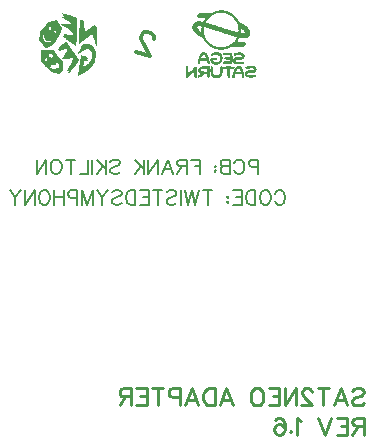
<source format=gbo>
G04 Layer: BottomSilkLayer*
G04 EasyEDA v6.1.30, Wed, 24 Apr 2019 12:06:30 GMT*
G04 1882c7138d5742058a90b0890f8f2482,60359e8c93da465f92779765accd6680,10*
G04 Gerber Generator version 0.2*
G04 Scale: 100 percent, Rotated: No, Reflected: No *
G04 Dimensions in millimeters *
G04 leading zeros omitted , absolute positions ,3 integer and 3 decimal *
%FSLAX33Y33*%
%MOMM*%
G90*
G71D02*

%ADD21C,0.299999*%
%ADD22C,0.200000*%
%ADD25C,0.250012*%

%LPD*%

%LPD*%
G36*
G01X27328Y32311D02*
G01X27281Y32314D01*
G01X27235Y32311D01*
G01X27193Y32304D01*
G01X27152Y32290D01*
G01X27114Y32270D01*
G01X27077Y32245D01*
G01X27043Y32213D01*
G01X27011Y32175D01*
G01X26980Y32131D01*
G01X26951Y32080D01*
G01X26924Y32023D01*
G01X26897Y31959D01*
G01X26872Y31888D01*
G01X26848Y31810D01*
G01X26825Y31725D01*
G01X26800Y31622D01*
G01X26782Y31535D01*
G01X26772Y31463D01*
G01X26769Y31406D01*
G01X26773Y31360D01*
G01X26784Y31327D01*
G01X26802Y31304D01*
G01X26828Y31290D01*
G01X26887Y31286D01*
G01X26933Y31314D01*
G01X26968Y31375D01*
G01X26990Y31470D01*
G01X27010Y31599D01*
G01X27553Y31599D01*
G01X27580Y31477D01*
G01X27607Y31392D01*
G01X27646Y31335D01*
G01X27694Y31309D01*
G01X27749Y31314D01*
G01X27769Y31330D01*
G01X27783Y31357D01*
G01X27792Y31396D01*
G01X27795Y31445D01*
G01X27793Y31502D01*
G01X27786Y31567D01*
G01X27774Y31637D01*
G01X27757Y31713D01*
G01X27736Y31793D01*
G01X27710Y31874D01*
G01X27681Y31958D01*
G01X27647Y32041D01*
G01X27619Y32101D01*
G01X27592Y32150D01*
G01X27564Y32192D01*
G01X27534Y32226D01*
G01X27501Y32253D01*
G01X27465Y32275D01*
G01X27425Y32291D01*
G01X27379Y32303D01*
G01X27328Y32311D01*
G37*

%LPC*%
G36*
G01X27346Y32080D02*
G01X27296Y32100D01*
G01X27270Y32094D01*
G01X27240Y32081D01*
G01X27209Y32061D01*
G01X27182Y32037D01*
G01X27157Y32006D01*
G01X27132Y31967D01*
G01X27110Y31927D01*
G01X27094Y31890D01*
G01X27065Y31805D01*
G01X27286Y31805D01*
G01X27411Y31806D01*
G01X27475Y31814D01*
G01X27494Y31834D01*
G01X27486Y31871D01*
G01X27450Y31954D01*
G01X27401Y32027D01*
G01X27346Y32080D01*
G37*

%LPD*%
G36*
G01X25062Y32302D02*
G01X25028Y32305D01*
G01X24996Y32300D01*
G01X24970Y32283D01*
G01X24950Y32255D01*
G01X24935Y32213D01*
G01X24925Y32156D01*
G01X24918Y32084D01*
G01X24917Y31996D01*
G01X24920Y31890D01*
G01X24926Y31781D01*
G01X24935Y31692D01*
G01X24950Y31618D01*
G01X24971Y31558D01*
G01X25000Y31506D01*
G01X25039Y31459D01*
G01X25090Y31415D01*
G01X25153Y31369D01*
G01X25213Y31333D01*
G01X25273Y31314D01*
G01X25351Y31308D01*
G01X25465Y31311D01*
G01X25530Y31315D01*
G01X25590Y31323D01*
G01X25644Y31334D01*
G01X25693Y31348D01*
G01X25736Y31366D01*
G01X25775Y31388D01*
G01X25809Y31415D01*
G01X25839Y31446D01*
G01X25865Y31482D01*
G01X25887Y31523D01*
G01X25905Y31569D01*
G01X25919Y31621D01*
G01X25930Y31679D01*
G01X25938Y31743D01*
G01X25944Y31814D01*
G01X25947Y31891D01*
G01X25951Y32010D01*
G01X25957Y32087D01*
G01X25966Y32123D01*
G01X25979Y32118D01*
G01X26000Y32095D01*
G01X26038Y32081D01*
G01X26096Y32073D01*
G01X26180Y32070D01*
G01X26354Y32070D01*
G01X26363Y31695D01*
G01X26371Y31320D01*
G01X26547Y31320D01*
G01X26577Y32055D01*
G01X26745Y32064D01*
G01X26830Y32071D01*
G01X26886Y32083D01*
G01X26923Y32103D01*
G01X26946Y32132D01*
G01X26960Y32161D01*
G01X26967Y32186D01*
G01X26966Y32207D01*
G01X26957Y32224D01*
G01X26939Y32239D01*
G01X26909Y32250D01*
G01X26869Y32260D01*
G01X26815Y32266D01*
G01X26748Y32271D01*
G01X26666Y32274D01*
G01X26568Y32275D01*
G01X26455Y32276D01*
G01X26322Y32275D01*
G01X26216Y32274D01*
G01X26136Y32272D01*
G01X26076Y32267D01*
G01X26035Y32261D01*
G01X26008Y32252D01*
G01X25991Y32241D01*
G01X25983Y32227D01*
G01X25972Y32204D01*
G01X25963Y32198D01*
G01X25953Y32211D01*
G01X25940Y32242D01*
G01X25911Y32283D01*
G01X25868Y32303D01*
G01X25820Y32299D01*
G01X25773Y32270D01*
G01X25759Y32237D01*
G01X25747Y32173D01*
G01X25741Y32082D01*
G01X25738Y31965D01*
G01X25736Y31824D01*
G01X25727Y31731D01*
G01X25709Y31668D01*
G01X25678Y31619D01*
G01X25634Y31576D01*
G01X25578Y31544D01*
G01X25516Y31523D01*
G01X25450Y31515D01*
G01X25383Y31518D01*
G01X25319Y31533D01*
G01X25259Y31561D01*
G01X25208Y31600D01*
G01X25178Y31640D01*
G01X25160Y31699D01*
G01X25152Y31795D01*
G01X25150Y31947D01*
G01X25149Y32047D01*
G01X25145Y32127D01*
G01X25138Y32190D01*
G01X25127Y32237D01*
G01X25111Y32270D01*
G01X25090Y32291D01*
G01X25062Y32302D01*
G37*

%LPD*%
G36*
G01X22958Y32297D02*
G01X22926Y32299D01*
G01X22886Y32291D01*
G01X22867Y32283D01*
G01X22852Y32270D01*
G01X22841Y32247D01*
G01X22835Y32208D01*
G01X22831Y32149D01*
G01X22830Y32064D01*
G01X22831Y31948D01*
G01X22833Y31796D01*
G01X22835Y31709D01*
G01X22836Y31632D01*
G01X22838Y31563D01*
G01X22841Y31503D01*
G01X22845Y31451D01*
G01X22851Y31408D01*
G01X22858Y31373D01*
G01X22867Y31346D01*
G01X22878Y31327D01*
G01X22893Y31316D01*
G01X22910Y31313D01*
G01X22931Y31317D01*
G01X22956Y31328D01*
G01X22984Y31347D01*
G01X23016Y31373D01*
G01X23054Y31406D01*
G01X23096Y31445D01*
G01X23144Y31491D01*
G01X23198Y31544D01*
G01X23257Y31603D01*
G01X23562Y31907D01*
G01X23562Y31639D01*
G01X23564Y31541D01*
G01X23569Y31463D01*
G01X23578Y31402D01*
G01X23592Y31358D01*
G01X23610Y31329D01*
G01X23636Y31314D01*
G01X23667Y31311D01*
G01X23706Y31319D01*
G01X23737Y31338D01*
G01X23756Y31385D01*
G01X23767Y31483D01*
G01X23773Y31652D01*
G01X23776Y31765D01*
G01X23778Y31864D01*
G01X23778Y31950D01*
G01X23777Y32025D01*
G01X23775Y32088D01*
G01X23771Y32142D01*
G01X23766Y32185D01*
G01X23759Y32220D01*
G01X23751Y32246D01*
G01X23741Y32265D01*
G01X23729Y32277D01*
G01X23715Y32283D01*
G01X23686Y32287D01*
G01X23658Y32284D01*
G01X23627Y32272D01*
G01X23589Y32247D01*
G01X23543Y32208D01*
G01X23484Y32153D01*
G01X23410Y32079D01*
G01X23318Y31984D01*
G01X23265Y31930D01*
G01X23217Y31881D01*
G01X23171Y31835D01*
G01X23131Y31796D01*
G01X23098Y31763D01*
G01X23072Y31738D01*
G01X23054Y31723D01*
G01X23046Y31717D01*
G01X23041Y31738D01*
G01X23036Y31794D01*
G01X23034Y31877D01*
G01X23032Y31978D01*
G01X23031Y32074D01*
G01X23026Y32151D01*
G01X23016Y32211D01*
G01X23002Y32254D01*
G01X22983Y32282D01*
G01X22958Y32297D01*
G37*

%LPD*%
G36*
G01X28406Y32357D02*
G01X28362Y32358D01*
G01X28315Y32356D01*
G01X28263Y32349D01*
G01X28200Y32338D01*
G01X28125Y32322D01*
G01X28050Y32304D01*
G01X27987Y32284D01*
G01X27937Y32263D01*
G01X27900Y32241D01*
G01X27875Y32216D01*
G01X27862Y32191D01*
G01X27862Y32164D01*
G01X27875Y32136D01*
G01X27889Y32117D01*
G01X27909Y32104D01*
G01X27935Y32094D01*
G01X27972Y32090D01*
G01X28021Y32090D01*
G01X28086Y32094D01*
G01X28170Y32102D01*
G01X28274Y32114D01*
G01X28377Y32123D01*
G01X28449Y32123D01*
G01X28502Y32111D01*
G01X28548Y32087D01*
G01X28584Y32058D01*
G01X28602Y32032D01*
G01X28604Y32010D01*
G01X28589Y31990D01*
G01X28558Y31974D01*
G01X28512Y31962D01*
G01X28451Y31954D01*
G01X28374Y31951D01*
G01X28288Y31949D01*
G01X28208Y31943D01*
G01X28134Y31935D01*
G01X28067Y31924D01*
G01X28008Y31910D01*
G01X27959Y31894D01*
G01X27920Y31875D01*
G01X27893Y31855D01*
G01X27874Y31826D01*
G01X27858Y31782D01*
G01X27845Y31727D01*
G01X27836Y31668D01*
G01X27834Y31609D01*
G01X27839Y31557D01*
G01X27852Y31512D01*
G01X27871Y31472D01*
G01X27899Y31438D01*
G01X27934Y31409D01*
G01X27979Y31385D01*
G01X28032Y31366D01*
G01X28095Y31352D01*
G01X28168Y31342D01*
G01X28251Y31336D01*
G01X28344Y31334D01*
G01X28453Y31338D01*
G01X28545Y31347D01*
G01X28621Y31362D01*
G01X28681Y31383D01*
G01X28724Y31410D01*
G01X28750Y31442D01*
G01X28759Y31480D01*
G01X28750Y31523D01*
G01X28727Y31543D01*
G01X28672Y31555D01*
G01X28571Y31560D01*
G01X28298Y31560D01*
G01X28205Y31563D01*
G01X28133Y31570D01*
G01X28082Y31580D01*
G01X28050Y31596D01*
G01X28037Y31616D01*
G01X28041Y31641D01*
G01X28061Y31672D01*
G01X28089Y31693D01*
G01X28135Y31706D01*
G01X28202Y31714D01*
G01X28294Y31717D01*
G01X28383Y31719D01*
G01X28464Y31726D01*
G01X28535Y31736D01*
G01X28597Y31751D01*
G01X28651Y31769D01*
G01X28696Y31793D01*
G01X28735Y31821D01*
G01X28767Y31854D01*
G01X28794Y31897D01*
G01X28812Y31943D01*
G01X28821Y31989D01*
G01X28822Y32037D01*
G01X28814Y32084D01*
G01X28798Y32129D01*
G01X28775Y32173D01*
G01X28745Y32213D01*
G01X28708Y32249D01*
G01X28664Y32281D01*
G01X28616Y32306D01*
G01X28561Y32325D01*
G01X28502Y32340D01*
G01X28452Y32350D01*
G01X28406Y32357D01*
G37*

%LPD*%
G36*
G01X24681Y32306D02*
G01X24597Y32307D01*
G01X24507Y32304D01*
G01X24415Y32299D01*
G01X24324Y32291D01*
G01X24238Y32280D01*
G01X24162Y32267D01*
G01X24097Y32251D01*
G01X24051Y32234D01*
G01X24003Y32205D01*
G01X23962Y32171D01*
G01X23928Y32133D01*
G01X23902Y32090D01*
G01X23884Y32046D01*
G01X23872Y31999D01*
G01X23870Y31951D01*
G01X23874Y31904D01*
G01X23888Y31857D01*
G01X23909Y31813D01*
G01X23939Y31771D01*
G01X23978Y31733D01*
G01X24010Y31704D01*
G01X24037Y31679D01*
G01X24055Y31659D01*
G01X24062Y31648D01*
G01X24054Y31637D01*
G01X24032Y31619D01*
G01X24000Y31597D01*
G01X23962Y31572D01*
G01X23890Y31519D01*
G01X23849Y31469D01*
G01X23839Y31420D01*
G01X23859Y31375D01*
G01X23884Y31353D01*
G01X23913Y31341D01*
G01X23949Y31339D01*
G01X23992Y31349D01*
G01X24045Y31372D01*
G01X24109Y31406D01*
G01X24185Y31453D01*
G01X24275Y31513D01*
G01X24399Y31603D01*
G01X24478Y31668D01*
G01X24520Y31719D01*
G01X24532Y31760D01*
G01X24522Y31811D01*
G01X24485Y31843D01*
G01X24414Y31859D01*
G01X24301Y31864D01*
G01X24205Y31871D01*
G01X24141Y31892D01*
G01X24110Y31926D01*
G01X24112Y31971D01*
G01X24128Y31998D01*
G01X24154Y32023D01*
G01X24190Y32045D01*
G01X24235Y32063D01*
G01X24286Y32079D01*
G01X24343Y32090D01*
G01X24406Y32097D01*
G01X24472Y32100D01*
G01X24650Y32100D01*
G01X24650Y31750D01*
G01X24651Y31624D01*
G01X24655Y31524D01*
G01X24663Y31450D01*
G01X24677Y31396D01*
G01X24696Y31362D01*
G01X24723Y31343D01*
G01X24758Y31336D01*
G01X24803Y31340D01*
G01X24825Y31344D01*
G01X24842Y31353D01*
G01X24854Y31372D01*
G01X24863Y31405D01*
G01X24869Y31459D01*
G01X24873Y31537D01*
G01X24876Y31646D01*
G01X24879Y31789D01*
G01X24880Y31879D01*
G01X24881Y31963D01*
G01X24881Y32042D01*
G01X24880Y32112D01*
G01X24879Y32172D01*
G01X24877Y32219D01*
G01X24874Y32252D01*
G01X24872Y32270D01*
G01X24853Y32284D01*
G01X24812Y32295D01*
G01X24753Y32302D01*
G01X24681Y32306D01*
G37*

%LPD*%
G36*
G01X25487Y33502D02*
G01X25417Y33503D01*
G01X25347Y33499D01*
G01X25278Y33489D01*
G01X25213Y33474D01*
G01X25152Y33454D01*
G01X25098Y33430D01*
G01X25052Y33403D01*
G01X25015Y33373D01*
G01X24991Y33339D01*
G01X24979Y33303D01*
G01X24979Y33270D01*
G01X24986Y33237D01*
G01X25000Y33209D01*
G01X25017Y33188D01*
G01X25046Y33170D01*
G01X25076Y33168D01*
G01X25118Y33181D01*
G01X25178Y33213D01*
G01X25228Y33237D01*
G01X25281Y33255D01*
G01X25334Y33267D01*
G01X25389Y33273D01*
G01X25442Y33272D01*
G01X25494Y33265D01*
G01X25545Y33252D01*
G01X25592Y33231D01*
G01X25650Y33192D01*
G01X25694Y33143D01*
G01X25724Y33087D01*
G01X25740Y33026D01*
G01X25741Y32961D01*
G01X25727Y32895D01*
G01X25697Y32831D01*
G01X25652Y32769D01*
G01X25602Y32717D01*
G01X25554Y32688D01*
G01X25493Y32676D01*
G01X25404Y32673D01*
G01X25320Y32676D01*
G01X25259Y32686D01*
G01X25214Y32707D01*
G01X25174Y32739D01*
G01X25107Y32805D01*
G01X25273Y32805D01*
G01X25386Y32813D01*
G01X25459Y32840D01*
G01X25495Y32887D01*
G01X25498Y32958D01*
G01X25487Y32996D01*
G01X25451Y33016D01*
G01X25366Y33025D01*
G01X25209Y33026D01*
G01X24930Y33026D01*
G01X24920Y32882D01*
G01X24919Y32820D01*
G01X24924Y32758D01*
G01X24932Y32703D01*
G01X24943Y32661D01*
G01X24967Y32619D01*
G01X25000Y32580D01*
G01X25041Y32544D01*
G01X25089Y32513D01*
G01X25143Y32485D01*
G01X25201Y32463D01*
G01X25263Y32445D01*
G01X25327Y32434D01*
G01X25392Y32429D01*
G01X25456Y32430D01*
G01X25519Y32437D01*
G01X25580Y32452D01*
G01X25637Y32474D01*
G01X25689Y32500D01*
G01X25737Y32532D01*
G01X25781Y32568D01*
G01X25820Y32609D01*
G01X25854Y32654D01*
G01X25883Y32703D01*
G01X25906Y32755D01*
G01X25925Y32812D01*
G01X25938Y32872D01*
G01X25946Y32936D01*
G01X25948Y33002D01*
G01X25945Y33061D01*
G01X25937Y33117D01*
G01X25925Y33170D01*
G01X25908Y33220D01*
G01X25887Y33265D01*
G01X25861Y33308D01*
G01X25831Y33347D01*
G01X25797Y33381D01*
G01X25758Y33412D01*
G01X25716Y33439D01*
G01X25670Y33460D01*
G01X25620Y33478D01*
G01X25555Y33493D01*
G01X25487Y33502D01*
G37*

%LPD*%
G36*
G01X27471Y33466D02*
G01X27397Y33468D01*
G01X27315Y33465D01*
G01X27230Y33459D01*
G01X27147Y33449D01*
G01X27067Y33437D01*
G01X26998Y33421D01*
G01X26918Y33386D01*
G01X26872Y33336D01*
G01X26864Y33280D01*
G01X26896Y33223D01*
G01X26926Y33200D01*
G01X26961Y33192D01*
G01X27013Y33195D01*
G01X27093Y33212D01*
G01X27166Y33227D01*
G01X27235Y33237D01*
G01X27301Y33243D01*
G01X27362Y33244D01*
G01X27417Y33241D01*
G01X27466Y33235D01*
G01X27508Y33224D01*
G01X27542Y33210D01*
G01X27567Y33192D01*
G01X27582Y33171D01*
G01X27588Y33146D01*
G01X27582Y33119D01*
G01X27564Y33094D01*
G01X27524Y33079D01*
G01X27456Y33072D01*
G01X27350Y33070D01*
G01X27257Y33068D01*
G01X27174Y33063D01*
G01X27102Y33054D01*
G01X27039Y33041D01*
G01X26985Y33024D01*
G01X26941Y33002D01*
G01X26904Y32975D01*
G01X26875Y32943D01*
G01X26853Y32906D01*
G01X26838Y32864D01*
G01X26830Y32815D01*
G01X26826Y32760D01*
G01X26830Y32710D01*
G01X26840Y32665D01*
G01X26857Y32624D01*
G01X26881Y32588D01*
G01X26911Y32556D01*
G01X26949Y32528D01*
G01X26993Y32505D01*
G01X27044Y32486D01*
G01X27103Y32471D01*
G01X27169Y32461D01*
G01X27242Y32455D01*
G01X27321Y32453D01*
G01X27412Y32455D01*
G01X27493Y32461D01*
G01X27564Y32470D01*
G01X27624Y32484D01*
G01X27674Y32501D01*
G01X27712Y32522D01*
G01X27739Y32547D01*
G01X27755Y32574D01*
G01X27763Y32613D01*
G01X27760Y32644D01*
G01X27747Y32668D01*
G01X27723Y32686D01*
G01X27689Y32696D01*
G01X27642Y32699D01*
G01X27585Y32695D01*
G01X27516Y32685D01*
G01X27445Y32674D01*
G01X27376Y32667D01*
G01X27310Y32665D01*
G01X27248Y32667D01*
G01X27193Y32674D01*
G01X27145Y32685D01*
G01X27105Y32699D01*
G01X27075Y32718D01*
G01X27052Y32743D01*
G01X27045Y32766D01*
G01X27057Y32785D01*
G01X27085Y32803D01*
G01X27131Y32817D01*
G01X27195Y32831D01*
G01X27278Y32842D01*
G01X27378Y32851D01*
G01X27465Y32857D01*
G01X27534Y32865D01*
G01X27588Y32872D01*
G01X27630Y32882D01*
G01X27664Y32894D01*
G01X27692Y32909D01*
G01X27718Y32929D01*
G01X27744Y32954D01*
G01X27778Y32995D01*
G01X27802Y33040D01*
G01X27817Y33088D01*
G01X27823Y33136D01*
G01X27819Y33186D01*
G01X27807Y33234D01*
G01X27788Y33281D01*
G01X27761Y33325D01*
G01X27726Y33365D01*
G01X27684Y33401D01*
G01X27636Y33429D01*
G01X27581Y33451D01*
G01X27534Y33461D01*
G01X27471Y33466D01*
G37*

%LPD*%
G36*
G01X26633Y33448D02*
G01X26566Y33449D01*
G01X26476Y33448D01*
G01X26362Y33446D01*
G01X25988Y33438D01*
G01X25988Y33261D01*
G01X26565Y33244D01*
G01X26556Y33164D01*
G01X26547Y33119D01*
G01X26520Y33094D01*
G01X26456Y33082D01*
G01X26337Y33076D01*
G01X26260Y33071D01*
G01X26200Y33064D01*
G01X26154Y33052D01*
G01X26122Y33037D01*
G01X26104Y33016D01*
G01X26099Y32991D01*
G01X26105Y32959D01*
G01X26122Y32921D01*
G01X26145Y32892D01*
G01X26184Y32875D01*
G01X26251Y32866D01*
G01X26357Y32864D01*
G01X26473Y32863D01*
G01X26534Y32854D01*
G01X26558Y32832D01*
G01X26562Y32790D01*
G01X26558Y32748D01*
G01X26530Y32726D01*
G01X26456Y32718D01*
G01X26314Y32717D01*
G01X26215Y32716D01*
G01X26137Y32713D01*
G01X26077Y32708D01*
G01X26033Y32698D01*
G01X26004Y32685D01*
G01X25985Y32667D01*
G01X25976Y32643D01*
G01X25974Y32612D01*
G01X25978Y32577D01*
G01X25992Y32548D01*
G01X26017Y32525D01*
G01X26056Y32508D01*
G01X26110Y32496D01*
G01X26182Y32488D01*
G01X26272Y32483D01*
G01X26383Y32482D01*
G01X26456Y32482D01*
G01X26519Y32483D01*
G01X26573Y32485D01*
G01X26621Y32489D01*
G01X26660Y32497D01*
G01X26693Y32507D01*
G01X26721Y32523D01*
G01X26743Y32542D01*
G01X26759Y32568D01*
G01X26773Y32601D01*
G01X26782Y32640D01*
G01X26788Y32687D01*
G01X26792Y32743D01*
G01X26794Y32808D01*
G01X26795Y32883D01*
G01X26795Y32969D01*
G01X26794Y33044D01*
G01X26793Y33118D01*
G01X26790Y33186D01*
G01X26787Y33248D01*
G01X26782Y33302D01*
G01X26777Y33346D01*
G01X26772Y33378D01*
G01X26766Y33397D01*
G01X26754Y33415D01*
G01X26739Y33428D01*
G01X26716Y33438D01*
G01X26682Y33444D01*
G01X26633Y33448D01*
G37*

%LPD*%
G36*
G01X24422Y33508D02*
G01X24347Y33511D01*
G01X24273Y33508D01*
G01X24218Y33493D01*
G01X24169Y33463D01*
G01X24114Y33413D01*
G01X24088Y33383D01*
G01X24061Y33344D01*
G01X24034Y33299D01*
G01X24007Y33249D01*
G01X23981Y33194D01*
G01X23956Y33135D01*
G01X23932Y33074D01*
G01X23910Y33011D01*
G01X23890Y32947D01*
G01X23871Y32884D01*
G01X23856Y32823D01*
G01X23844Y32763D01*
G01X23835Y32708D01*
G01X23829Y32656D01*
G01X23828Y32610D01*
G01X23831Y32570D01*
G01X23840Y32533D01*
G01X23856Y32511D01*
G01X23885Y32499D01*
G01X23929Y32496D01*
G01X23978Y32500D01*
G01X24008Y32518D01*
G01X24026Y32560D01*
G01X24043Y32636D01*
G01X24068Y32776D01*
G01X24617Y32776D01*
G01X24642Y32651D01*
G01X24657Y32587D01*
G01X24676Y32548D01*
G01X24703Y32526D01*
G01X24742Y32517D01*
G01X24812Y32521D01*
G01X24852Y32555D01*
G01X24865Y32624D01*
G01X24853Y32732D01*
G01X24838Y32808D01*
G01X24821Y32880D01*
G01X24803Y32950D01*
G01X24784Y33016D01*
G01X24763Y33078D01*
G01X24742Y33137D01*
G01X24718Y33192D01*
G01X24694Y33243D01*
G01X24670Y33289D01*
G01X24644Y33330D01*
G01X24618Y33366D01*
G01X24590Y33398D01*
G01X24529Y33457D01*
G01X24478Y33492D01*
G01X24422Y33508D01*
G37*

%LPC*%
G36*
G01X24398Y33282D02*
G01X24364Y33305D01*
G01X24355Y33303D01*
G01X24339Y33296D01*
G01X24318Y33287D01*
G01X24296Y33275D01*
G01X24249Y33234D01*
G01X24202Y33170D01*
G01X24165Y33099D01*
G01X24150Y33042D01*
G01X24165Y33029D01*
G01X24206Y33020D01*
G01X24271Y33013D01*
G01X24355Y33011D01*
G01X24560Y33011D01*
G01X24530Y33092D01*
G01X24496Y33156D01*
G01X24448Y33226D01*
G01X24398Y33282D01*
G37*

%LPD*%
G36*
G01X25874Y37029D02*
G01X25813Y37029D01*
G01X25750Y37027D01*
G01X25688Y37024D01*
G01X25627Y37020D01*
G01X25567Y37014D01*
G01X25511Y37008D01*
G01X25458Y37000D01*
G01X25409Y36991D01*
G01X25365Y36980D01*
G01X25326Y36968D01*
G01X25264Y36944D01*
G01X25191Y36913D01*
G01X25117Y36879D01*
G01X25051Y36845D01*
G01X25019Y36828D01*
G01X24989Y36814D01*
G01X24961Y36802D01*
G01X24931Y36792D01*
G01X24898Y36785D01*
G01X24861Y36780D01*
G01X24816Y36776D01*
G01X24762Y36773D01*
G01X24696Y36772D01*
G01X24618Y36772D01*
G01X24524Y36773D01*
G01X24413Y36774D01*
G01X24258Y36775D01*
G01X24139Y36775D01*
G01X24048Y36774D01*
G01X23983Y36769D01*
G01X23936Y36762D01*
G01X23903Y36752D01*
G01X23879Y36738D01*
G01X23858Y36719D01*
G01X23810Y36647D01*
G01X23798Y36568D01*
G01X23819Y36491D01*
G01X23874Y36426D01*
G01X23923Y36394D01*
G01X23981Y36378D01*
G01X24070Y36375D01*
G01X24212Y36383D01*
G01X24314Y36390D01*
G01X24397Y36391D01*
G01X24453Y36389D01*
G01X24473Y36383D01*
G01X24467Y36364D01*
G01X24450Y36327D01*
G01X24424Y36277D01*
G01X24393Y36219D01*
G01X24312Y36074D01*
G01X24032Y36089D01*
G01X23941Y36094D01*
G01X23869Y36097D01*
G01X23815Y36096D01*
G01X23771Y36091D01*
G01X23733Y36081D01*
G01X23698Y36065D01*
G01X23659Y36042D01*
G01X23612Y36011D01*
G01X23554Y35968D01*
G01X23506Y35926D01*
G01X23467Y35883D01*
G01X23436Y35838D01*
G01X23413Y35790D01*
G01X23397Y35737D01*
G01X23388Y35679D01*
G01X23385Y35614D01*
G01X23387Y35571D01*
G01X23392Y35529D01*
G01X23401Y35486D01*
G01X23413Y35444D01*
G01X23428Y35402D01*
G01X23447Y35360D01*
G01X23470Y35318D01*
G01X23496Y35277D01*
G01X23525Y35236D01*
G01X23559Y35195D01*
G01X23595Y35155D01*
G01X23635Y35114D01*
G01X23678Y35075D01*
G01X23725Y35035D01*
G01X23775Y34996D01*
G01X23829Y34957D01*
G01X23887Y34917D01*
G01X23948Y34878D01*
G01X24012Y34840D01*
G01X24080Y34802D01*
G01X24142Y34767D01*
G01X24194Y34735D01*
G01X24236Y34706D01*
G01X24271Y34676D01*
G01X24302Y34645D01*
G01X24330Y34610D01*
G01X24357Y34570D01*
G01X24385Y34522D01*
G01X24412Y34477D01*
G01X24442Y34432D01*
G01X24476Y34386D01*
G01X24513Y34340D01*
G01X24553Y34294D01*
G01X24595Y34247D01*
G01X24640Y34202D01*
G01X24685Y34158D01*
G01X24733Y34115D01*
G01X24781Y34074D01*
G01X24831Y34034D01*
G01X24880Y33997D01*
G01X24930Y33962D01*
G01X24978Y33930D01*
G01X25027Y33902D01*
G01X25075Y33876D01*
G01X25125Y33853D01*
G01X25178Y33831D01*
G01X25232Y33810D01*
G01X25288Y33791D01*
G01X25345Y33774D01*
G01X25404Y33758D01*
G01X25462Y33744D01*
G01X25521Y33732D01*
G01X25581Y33721D01*
G01X25640Y33712D01*
G01X25699Y33706D01*
G01X25757Y33701D01*
G01X25813Y33699D01*
G01X25868Y33698D01*
G01X25922Y33700D01*
G01X25973Y33704D01*
G01X26029Y33710D01*
G01X26088Y33720D01*
G01X26147Y33731D01*
G01X26207Y33744D01*
G01X26267Y33759D01*
G01X26325Y33775D01*
G01X26381Y33792D01*
G01X26435Y33811D01*
G01X26485Y33830D01*
G01X26531Y33850D01*
G01X26573Y33869D01*
G01X26609Y33890D01*
G01X26639Y33906D01*
G01X26671Y33919D01*
G01X26709Y33928D01*
G01X26757Y33934D01*
G01X26822Y33937D01*
G01X26906Y33937D01*
G01X27015Y33935D01*
G01X27153Y33931D01*
G01X27246Y33928D01*
G01X27337Y33927D01*
G01X27423Y33927D01*
G01X27502Y33928D01*
G01X27573Y33930D01*
G01X27632Y33933D01*
G01X27677Y33938D01*
G01X27707Y33943D01*
G01X27777Y33970D01*
G01X27832Y34010D01*
G01X27873Y34059D01*
G01X27897Y34113D01*
G01X27904Y34170D01*
G01X27894Y34225D01*
G01X27864Y34277D01*
G01X27815Y34321D01*
G01X27770Y34344D01*
G01X27714Y34352D01*
G01X27629Y34348D01*
G01X27497Y34331D01*
G01X27381Y34315D01*
G01X27293Y34307D01*
G01X27233Y34307D01*
G01X27197Y34318D01*
G01X27184Y34342D01*
G01X27190Y34379D01*
G01X27215Y34431D01*
G01X27254Y34501D01*
G01X27294Y34567D01*
G01X27326Y34625D01*
G01X27348Y34667D01*
G01X27356Y34687D01*
G01X27379Y34693D01*
G01X27442Y34696D01*
G01X27534Y34696D01*
G01X27647Y34693D01*
G01X27712Y34691D01*
G01X27775Y34690D01*
G01X27834Y34691D01*
G01X27888Y34694D01*
G01X27937Y34697D01*
G01X27980Y34703D01*
G01X28016Y34709D01*
G01X28044Y34716D01*
G01X28090Y34735D01*
G01X28132Y34758D01*
G01X28169Y34787D01*
G01X28202Y34820D01*
G01X28230Y34858D01*
G01X28254Y34899D01*
G01X28273Y34942D01*
G01X28287Y34989D01*
G01X28297Y35037D01*
G01X28301Y35087D01*
G01X28300Y35138D01*
G01X28294Y35190D01*
G01X28282Y35242D01*
G01X28265Y35294D01*
G01X28242Y35345D01*
G01X28214Y35395D01*
G01X28188Y35433D01*
G01X28160Y35470D01*
G01X28129Y35508D01*
G01X28095Y35546D01*
G01X28058Y35584D01*
G01X28019Y35622D01*
G01X27978Y35660D01*
G01X27934Y35697D01*
G01X27889Y35734D01*
G01X27842Y35770D01*
G01X27793Y35805D01*
G01X27743Y35839D01*
G01X27692Y35873D01*
G01X27639Y35905D01*
G01X27585Y35935D01*
G01X27531Y35964D01*
G01X27436Y36017D01*
G01X27374Y36064D01*
G01X27327Y36121D01*
G01X27282Y36202D01*
G01X27266Y36230D01*
G01X27242Y36265D01*
G01X27212Y36305D01*
G01X27176Y36349D01*
G01X27136Y36396D01*
G01X27093Y36445D01*
G01X27048Y36493D01*
G01X27003Y36540D01*
G01X26957Y36585D01*
G01X26911Y36627D01*
G01X26865Y36667D01*
G01X26818Y36705D01*
G01X26771Y36741D01*
G01X26723Y36774D01*
G01X26675Y36806D01*
G01X26625Y36835D01*
G01X26576Y36862D01*
G01X26525Y36887D01*
G01X26473Y36910D01*
G01X26421Y36932D01*
G01X26368Y36951D01*
G01X26313Y36969D01*
G01X26257Y36984D01*
G01X26200Y36998D01*
G01X26155Y37007D01*
G01X26106Y37014D01*
G01X26052Y37020D01*
G01X25995Y37025D01*
G01X25936Y37027D01*
G01X25874Y37029D01*
G37*

%LPC*%
G36*
G01X24480Y35591D02*
G01X24455Y35592D01*
G01X24430Y35590D01*
G01X24399Y35581D01*
G01X24379Y35555D01*
G01X24368Y35502D01*
G01X24362Y35413D01*
G01X24360Y35354D01*
G01X24361Y35296D01*
G01X24365Y35239D01*
G01X24371Y35182D01*
G01X24380Y35124D01*
G01X24392Y35067D01*
G01X24407Y35009D01*
G01X24425Y34951D01*
G01X24445Y34892D01*
G01X24469Y34833D01*
G01X24495Y34772D01*
G01X24525Y34709D01*
G01X24554Y34655D01*
G01X24584Y34603D01*
G01X24616Y34553D01*
G01X24650Y34504D01*
G01X24685Y34457D01*
G01X24722Y34412D01*
G01X24760Y34369D01*
G01X24801Y34328D01*
G01X24842Y34288D01*
G01X24885Y34251D01*
G01X24929Y34215D01*
G01X24974Y34182D01*
G01X25021Y34150D01*
G01X25068Y34120D01*
G01X25116Y34092D01*
G01X25166Y34066D01*
G01X25216Y34042D01*
G01X25267Y34020D01*
G01X25319Y33999D01*
G01X25371Y33982D01*
G01X25424Y33965D01*
G01X25478Y33951D01*
G01X25532Y33939D01*
G01X25586Y33929D01*
G01X25641Y33921D01*
G01X25697Y33915D01*
G01X25752Y33911D01*
G01X25807Y33909D01*
G01X25863Y33909D01*
G01X25919Y33912D01*
G01X25974Y33916D01*
G01X26029Y33922D01*
G01X26085Y33931D01*
G01X26140Y33942D01*
G01X26195Y33955D01*
G01X26249Y33969D01*
G01X26303Y33987D01*
G01X26356Y34007D01*
G01X26409Y34028D01*
G01X26461Y34052D01*
G01X26512Y34078D01*
G01X26563Y34106D01*
G01X26613Y34137D01*
G01X26661Y34170D01*
G01X26709Y34204D01*
G01X26756Y34242D01*
G01X26802Y34281D01*
G01X26847Y34323D01*
G01X26904Y34383D01*
G01X26961Y34450D01*
G01X27015Y34519D01*
G01X27064Y34587D01*
G01X27104Y34649D01*
G01X27133Y34701D01*
G01X27148Y34740D01*
G01X27145Y34759D01*
G01X27126Y34766D01*
G01X27082Y34779D01*
G01X27019Y34797D01*
G01X26929Y34821D01*
G01X26907Y34828D01*
G01X26878Y34837D01*
G01X26843Y34847D01*
G01X26802Y34860D01*
G01X26754Y34874D01*
G01X26702Y34890D01*
G01X26645Y34908D01*
G01X26584Y34927D01*
G01X26518Y34948D01*
G01X26449Y34969D01*
G01X26376Y34992D01*
G01X26300Y35016D01*
G01X26222Y35040D01*
G01X26141Y35066D01*
G01X26059Y35092D01*
G01X25975Y35118D01*
G01X25805Y35172D01*
G01X25547Y35253D01*
G01X25463Y35280D01*
G01X25380Y35307D01*
G01X25298Y35332D01*
G01X25218Y35358D01*
G01X25140Y35383D01*
G01X25066Y35407D01*
G01X24994Y35429D01*
G01X24926Y35451D01*
G01X24861Y35472D01*
G01X24801Y35491D01*
G01X24746Y35509D01*
G01X24695Y35525D01*
G01X24611Y35553D01*
G01X24577Y35564D01*
G01X24550Y35573D01*
G01X24530Y35580D01*
G01X24518Y35584D01*
G01X24502Y35588D01*
G01X24480Y35591D01*
G37*
G36*
G01X27560Y35469D02*
G01X27533Y35482D01*
G01X27521Y35469D01*
G01X27512Y35435D01*
G01X27505Y35383D01*
G01X27503Y35320D01*
G01X27503Y35158D01*
G01X27502Y35136D01*
G01X27548Y35114D01*
G01X27653Y35095D01*
G01X27769Y35085D01*
G01X27846Y35091D01*
G01X27861Y35099D01*
G01X27874Y35110D01*
G01X27882Y35124D01*
G01X27885Y35137D01*
G01X27872Y35164D01*
G01X27836Y35208D01*
G01X27785Y35264D01*
G01X27725Y35325D01*
G01X27663Y35383D01*
G01X27605Y35434D01*
G01X27560Y35469D01*
G37*
G36*
G01X25899Y36835D02*
G01X25836Y36837D01*
G01X25774Y36836D01*
G01X25711Y36832D01*
G01X25648Y36826D01*
G01X25585Y36817D01*
G01X25523Y36805D01*
G01X25460Y36789D01*
G01X25405Y36774D01*
G01X25350Y36756D01*
G01X25296Y36736D01*
G01X25243Y36713D01*
G01X25191Y36689D01*
G01X25139Y36662D01*
G01X25088Y36632D01*
G01X25038Y36601D01*
G01X24990Y36568D01*
G01X24941Y36532D01*
G01X24895Y36494D01*
G01X24848Y36455D01*
G01X24790Y36398D01*
G01X24730Y36334D01*
G01X24673Y36265D01*
G01X24619Y36196D01*
G01X24573Y36132D01*
G01X24539Y36076D01*
G01X24520Y36034D01*
G01X24519Y36010D01*
G01X24531Y36000D01*
G01X24556Y35990D01*
G01X24589Y35979D01*
G01X24647Y35965D01*
G01X24679Y35957D01*
G01X24721Y35944D01*
G01X24774Y35928D01*
G01X24837Y35909D01*
G01X24907Y35887D01*
G01X24984Y35862D01*
G01X25068Y35836D01*
G01X25157Y35807D01*
G01X25250Y35777D01*
G01X25346Y35746D01*
G01X25444Y35713D01*
G01X25612Y35659D01*
G01X25696Y35631D01*
G01X25862Y35578D01*
G01X25944Y35552D01*
G01X26024Y35526D01*
G01X26104Y35502D01*
G01X26182Y35477D01*
G01X26259Y35453D01*
G01X26335Y35430D01*
G01X26408Y35408D01*
G01X26480Y35386D01*
G01X26550Y35365D01*
G01X26617Y35345D01*
G01X26682Y35325D01*
G01X26744Y35307D01*
G01X26804Y35290D01*
G01X26861Y35273D01*
G01X26915Y35258D01*
G01X26966Y35244D01*
G01X27013Y35231D01*
G01X27057Y35219D01*
G01X27098Y35208D01*
G01X27134Y35199D01*
G01X27167Y35192D01*
G01X27195Y35185D01*
G01X27220Y35180D01*
G01X27239Y35176D01*
G01X27255Y35174D01*
G01X27265Y35174D01*
G01X27271Y35175D01*
G01X27284Y35197D01*
G01X27292Y35241D01*
G01X27296Y35303D01*
G01X27296Y35377D01*
G01X27291Y35458D01*
G01X27282Y35543D01*
G01X27269Y35627D01*
G01X27253Y35703D01*
G01X27234Y35772D01*
G01X27213Y35837D01*
G01X27190Y35900D01*
G01X27165Y35961D01*
G01X27137Y36019D01*
G01X27106Y36076D01*
G01X27073Y36131D01*
G01X27036Y36185D01*
G01X26997Y36238D01*
G01X26954Y36291D01*
G01X26907Y36342D01*
G01X26857Y36394D01*
G01X26809Y36440D01*
G01X26759Y36485D01*
G01X26708Y36526D01*
G01X26656Y36565D01*
G01X26602Y36601D01*
G01X26548Y36635D01*
G01X26493Y36666D01*
G01X26437Y36695D01*
G01X26379Y36721D01*
G01X26322Y36745D01*
G01X26263Y36765D01*
G01X26204Y36784D01*
G01X26144Y36800D01*
G01X26083Y36812D01*
G01X26022Y36822D01*
G01X25960Y36830D01*
G01X25899Y36835D01*
G37*
G36*
G01X24103Y35686D02*
G01X23998Y35688D01*
G01X23892Y35673D01*
G01X23828Y35645D01*
G01X23810Y35618D01*
G01X23802Y35591D01*
G01X23803Y35563D01*
G01X23815Y35532D01*
G01X23837Y35498D01*
G01X23871Y35459D01*
G01X23916Y35417D01*
G01X23974Y35368D01*
G01X24136Y35236D01*
G01X24154Y35440D01*
G01X24160Y35520D01*
G01X24163Y35590D01*
G01X24163Y35641D01*
G01X24159Y35666D01*
G01X24103Y35686D01*
G37*

%LPD*%
G36*
G01X14563Y34204D02*
G01X14506Y34206D01*
G01X14446Y34205D01*
G01X14385Y34202D01*
G01X14326Y34196D01*
G01X14272Y34186D01*
G01X14228Y34175D01*
G01X14187Y34161D01*
G01X14151Y34146D01*
G01X14119Y34129D01*
G01X14090Y34109D01*
G01X14062Y34085D01*
G01X14036Y34055D01*
G01X14009Y34018D01*
G01X13982Y33975D01*
G01X13953Y33922D01*
G01X13921Y33859D01*
G01X13886Y33786D01*
G01X13846Y33700D01*
G01X13787Y33570D01*
G01X13740Y33461D01*
G01X13710Y33387D01*
G01X13701Y33357D01*
G01X13725Y33367D01*
G01X13786Y33399D01*
G01X13872Y33449D01*
G01X13977Y33512D01*
G01X14075Y33572D01*
G01X14161Y33620D01*
G01X14235Y33660D01*
G01X14300Y33691D01*
G01X14358Y33713D01*
G01X14409Y33728D01*
G01X14456Y33736D01*
G01X14501Y33739D01*
G01X14557Y33733D01*
G01X14614Y33714D01*
G01X14671Y33687D01*
G01X14725Y33649D01*
G01X14774Y33605D01*
G01X14817Y33554D01*
G01X14852Y33500D01*
G01X14877Y33443D01*
G01X14887Y33399D01*
G01X14893Y33340D01*
G01X14896Y33269D01*
G01X14894Y33191D01*
G01X14886Y33097D01*
G01X14874Y33023D01*
G01X14853Y32956D01*
G01X14820Y32882D01*
G01X14791Y32825D01*
G01X14759Y32771D01*
G01X14725Y32719D01*
G01X14687Y32669D01*
G01X14647Y32620D01*
G01X14603Y32572D01*
G01X14556Y32526D01*
G01X14505Y32481D01*
G01X14460Y32446D01*
G01X14405Y32409D01*
G01X14346Y32372D01*
G01X14286Y32338D01*
G01X14231Y32308D01*
G01X14183Y32286D01*
G01X14148Y32274D01*
G01X14131Y32274D01*
G01X14132Y32297D01*
G01X14142Y32348D01*
G01X14161Y32422D01*
G01X14185Y32510D01*
G01X14251Y32735D01*
G01X14342Y32747D01*
G01X14384Y32752D01*
G01X14428Y32756D01*
G01X14471Y32758D01*
G01X14506Y32759D01*
G01X14580Y32759D01*
G01X14438Y32880D01*
G01X14525Y32881D01*
G01X14559Y32883D01*
G01X14586Y32886D01*
G01X14605Y32892D01*
G01X14612Y32899D01*
G01X14605Y32910D01*
G01X14584Y32931D01*
G01X14554Y32957D01*
G01X14518Y32985D01*
G01X14424Y33056D01*
G01X14482Y33067D01*
G01X14500Y33076D01*
G01X14478Y33093D01*
G01X14406Y33121D01*
G01X14276Y33164D01*
G01X14171Y33197D01*
G01X14082Y33224D01*
G01X14018Y33243D01*
G01X13988Y33249D01*
G01X13977Y33237D01*
G01X13965Y33204D01*
G01X13953Y33154D01*
G01X13942Y33091D01*
G01X13939Y33071D01*
G01X13934Y33044D01*
G01X13929Y33011D01*
G01X13923Y32973D01*
G01X13916Y32928D01*
G01X13908Y32879D01*
G01X13899Y32825D01*
G01X13889Y32767D01*
G01X13879Y32705D01*
G01X13868Y32641D01*
G01X13857Y32573D01*
G01X13846Y32503D01*
G01X13833Y32431D01*
G01X13821Y32358D01*
G01X13809Y32284D01*
G01X13796Y32210D01*
G01X13780Y32112D01*
G01X13764Y32018D01*
G01X13749Y31928D01*
G01X13736Y31844D01*
G01X13723Y31767D01*
G01X13712Y31697D01*
G01X13702Y31635D01*
G01X13694Y31582D01*
G01X13688Y31539D01*
G01X13684Y31507D01*
G01X13681Y31486D01*
G01X13681Y31479D01*
G01X13699Y31483D01*
G01X13741Y31501D01*
G01X13803Y31530D01*
G01X13878Y31567D01*
G01X13962Y31610D01*
G01X14050Y31657D01*
G01X14135Y31704D01*
G01X14214Y31750D01*
G01X14281Y31790D01*
G01X14345Y31830D01*
G01X14406Y31869D01*
G01X14464Y31908D01*
G01X14519Y31946D01*
G01X14570Y31984D01*
G01X14620Y32022D01*
G01X14666Y32059D01*
G01X14709Y32097D01*
G01X14750Y32135D01*
G01X14789Y32173D01*
G01X14825Y32211D01*
G01X14860Y32250D01*
G01X14893Y32290D01*
G01X14923Y32330D01*
G01X14951Y32370D01*
G01X14978Y32412D01*
G01X15004Y32455D01*
G01X15028Y32498D01*
G01X15050Y32544D01*
G01X15080Y32608D01*
G01X15106Y32669D01*
G01X15128Y32729D01*
G01X15148Y32787D01*
G01X15163Y32846D01*
G01X15177Y32906D01*
G01X15187Y32967D01*
G01X15194Y33032D01*
G01X15199Y33100D01*
G01X15201Y33173D01*
G01X15202Y33252D01*
G01X15200Y33338D01*
G01X15198Y33430D01*
G01X15195Y33504D01*
G01X15191Y33561D01*
G01X15185Y33606D01*
G01X15177Y33645D01*
G01X15164Y33680D01*
G01X15149Y33718D01*
G01X15128Y33761D01*
G01X15101Y33811D01*
G01X15071Y33860D01*
G01X15038Y33906D01*
G01X15002Y33950D01*
G01X14964Y33992D01*
G01X14924Y34030D01*
G01X14882Y34066D01*
G01X14838Y34098D01*
G01X14793Y34126D01*
G01X14747Y34151D01*
G01X14700Y34173D01*
G01X14653Y34189D01*
G01X14613Y34198D01*
G01X14563Y34204D01*
G37*

%LPD*%
G36*
G01X12709Y34407D02*
G01X12704Y34411D01*
G01X12693Y34406D01*
G01X12670Y34391D01*
G01X12637Y34366D01*
G01X12594Y34334D01*
G01X12544Y34294D01*
G01X12487Y34249D01*
G01X12425Y34200D01*
G01X12360Y34146D01*
G01X12282Y34082D01*
G01X12216Y34027D01*
G01X12164Y33982D01*
G01X12124Y33945D01*
G01X12096Y33917D01*
G01X12079Y33897D01*
G01X12074Y33886D01*
G01X12080Y33882D01*
G01X12101Y33878D01*
G01X12102Y33862D01*
G01X12079Y33825D01*
G01X12030Y33760D01*
G01X11995Y33712D01*
G01X11969Y33673D01*
G01X11955Y33647D01*
G01X11955Y33637D01*
G01X11969Y33639D01*
G01X11993Y33646D01*
G01X12024Y33655D01*
G01X12058Y33667D01*
G01X12114Y33683D01*
G01X12138Y33680D01*
G01X12131Y33658D01*
G01X12091Y33616D01*
G01X12072Y33598D01*
G01X12058Y33580D01*
G01X12050Y33568D01*
G01X12049Y33561D01*
G01X12057Y33562D01*
G01X12080Y33567D01*
G01X12113Y33577D01*
G01X12157Y33592D01*
G01X12210Y33609D01*
G01X12271Y33630D01*
G01X12337Y33653D01*
G01X12407Y33678D01*
G01X12479Y33703D01*
G01X12546Y33726D01*
G01X12608Y33746D01*
G01X12663Y33763D01*
G01X12711Y33777D01*
G01X12748Y33787D01*
G01X12774Y33792D01*
G01X12787Y33792D01*
G01X12798Y33785D01*
G01X12807Y33773D01*
G01X12814Y33759D01*
G01X12816Y33743D01*
G01X12811Y33728D01*
G01X12797Y33698D01*
G01X12775Y33657D01*
G01X12746Y33604D01*
G01X12711Y33543D01*
G01X12671Y33474D01*
G01X12627Y33401D01*
G01X12580Y33323D01*
G01X12532Y33246D01*
G01X12488Y33173D01*
G01X12449Y33107D01*
G01X12416Y33049D01*
G01X12388Y33001D01*
G01X12368Y32964D01*
G01X12356Y32940D01*
G01X12353Y32930D01*
G01X12364Y32928D01*
G01X12434Y32928D01*
G01X12490Y32929D01*
G01X12557Y32931D01*
G01X12633Y32934D01*
G01X12717Y32937D01*
G01X12896Y32945D01*
G01X12979Y32949D01*
G01X13057Y32951D01*
G01X13124Y32953D01*
G01X13181Y32954D01*
G01X13225Y32954D01*
G01X13255Y32953D01*
G01X13267Y32952D01*
G01X13276Y32944D01*
G01X13281Y32934D01*
G01X13282Y32918D01*
G01X13278Y32898D01*
G01X13269Y32871D01*
G01X13255Y32835D01*
G01X13235Y32791D01*
G01X13209Y32737D01*
G01X13176Y32672D01*
G01X13135Y32594D01*
G01X13087Y32503D01*
G01X13030Y32397D01*
G01X12979Y32302D01*
G01X12931Y32212D01*
G01X12888Y32131D01*
G01X12850Y32059D01*
G01X12819Y31999D01*
G01X12795Y31953D01*
G01X12780Y31923D01*
G01X12775Y31911D01*
G01X12781Y31907D01*
G01X12799Y31906D01*
G01X12825Y31908D01*
G01X12856Y31913D01*
G01X12888Y31917D01*
G01X12914Y31920D01*
G01X12932Y31919D01*
G01X12938Y31917D01*
G01X12936Y31907D01*
G01X12929Y31888D01*
G01X12919Y31861D01*
G01X12906Y31831D01*
G01X12886Y31776D01*
G01X12885Y31751D01*
G01X12904Y31753D01*
G01X12945Y31781D01*
G01X12982Y31808D01*
G01X12996Y31808D01*
G01X12988Y31777D01*
G01X12957Y31713D01*
G01X12940Y31679D01*
G01X12931Y31658D01*
G01X12929Y31649D01*
G01X12937Y31655D01*
G01X12956Y31675D01*
G01X12985Y31713D01*
G01X13028Y31767D01*
G01X13084Y31841D01*
G01X13155Y31934D01*
G01X13223Y32022D01*
G01X13286Y32106D01*
G01X13346Y32184D01*
G01X13402Y32258D01*
G01X13454Y32327D01*
G01X13503Y32392D01*
G01X13547Y32451D01*
G01X13589Y32506D01*
G01X13626Y32557D01*
G01X13660Y32602D01*
G01X13690Y32644D01*
G01X13716Y32680D01*
G01X13739Y32712D01*
G01X13759Y32740D01*
G01X13774Y32763D01*
G01X13787Y32782D01*
G01X13796Y32796D01*
G01X13801Y32807D01*
G01X13803Y32812D01*
G01X13801Y32819D01*
G01X13793Y32834D01*
G01X13780Y32856D01*
G01X13761Y32885D01*
G01X13739Y32921D01*
G01X13712Y32963D01*
G01X13681Y33010D01*
G01X13646Y33063D01*
G01X13608Y33121D01*
G01X13566Y33183D01*
G01X13522Y33249D01*
G01X13475Y33319D01*
G01X13425Y33392D01*
G01X13374Y33468D01*
G01X13320Y33546D01*
G01X13210Y33706D01*
G01X13156Y33784D01*
G01X13103Y33859D01*
G01X13053Y33931D01*
G01X13005Y34000D01*
G01X12960Y34065D01*
G01X12916Y34125D01*
G01X12877Y34181D01*
G01X12840Y34232D01*
G01X12808Y34277D01*
G01X12779Y34316D01*
G01X12754Y34350D01*
G01X12734Y34376D01*
G01X12719Y34396D01*
G01X12709Y34407D01*
G37*

%LPD*%
G36*
G01X10808Y33673D02*
G01X10586Y33678D01*
G01X10600Y33162D01*
G01X10614Y32647D01*
G01X10710Y32555D01*
G01X10736Y32530D01*
G01X10775Y32493D01*
G01X10823Y32447D01*
G01X10881Y32392D01*
G01X10945Y32331D01*
G01X11014Y32266D01*
G01X11086Y32198D01*
G01X11158Y32129D01*
G01X11511Y31794D01*
G01X11790Y31726D01*
G01X11899Y31699D01*
G01X11991Y31677D01*
G01X12056Y31663D01*
G01X12085Y31658D01*
G01X12103Y31668D01*
G01X12141Y31697D01*
G01X12193Y31739D01*
G01X12254Y31792D01*
G01X12408Y31925D01*
G01X12408Y32661D01*
G01X12248Y32868D01*
G01X12212Y32916D01*
G01X12169Y32971D01*
G01X12121Y33033D01*
G01X12071Y33099D01*
G01X12019Y33166D01*
G01X11966Y33234D01*
G01X11916Y33300D01*
G01X11868Y33361D01*
G01X11647Y33647D01*
G01X11339Y33658D01*
G01X11272Y33661D01*
G01X11201Y33663D01*
G01X11128Y33665D01*
G01X11056Y33667D01*
G01X10985Y33669D01*
G01X10918Y33671D01*
G01X10859Y33672D01*
G01X10808Y33673D01*
G37*

%LPC*%
G36*
G01X11935Y32575D02*
G01X11877Y32595D01*
G01X11868Y32588D01*
G01X11853Y32569D01*
G01X11832Y32540D01*
G01X11809Y32504D01*
G01X11758Y32439D01*
G01X11706Y32404D01*
G01X11644Y32400D01*
G01X11568Y32422D01*
G01X11534Y32433D01*
G01X11504Y32441D01*
G01X11480Y32443D01*
G01X11468Y32439D01*
G01X11431Y32381D01*
G01X11386Y32292D01*
G01X11351Y32207D01*
G01X11342Y32164D01*
G01X11366Y32149D01*
G01X11409Y32129D01*
G01X11466Y32107D01*
G01X11529Y32083D01*
G01X11594Y32061D01*
G01X11653Y32042D01*
G01X11701Y32029D01*
G01X11732Y32025D01*
G01X11760Y32028D01*
G01X11785Y32037D01*
G01X11805Y32053D01*
G01X11824Y32075D01*
G01X11844Y32100D01*
G01X11870Y32116D01*
G01X11908Y32125D01*
G01X11961Y32131D01*
G01X12066Y32137D01*
G01X12102Y32254D01*
G01X12120Y32320D01*
G01X12127Y32363D01*
G01X12122Y32398D01*
G01X12104Y32437D01*
G01X12066Y32484D01*
G01X12004Y32534D01*
G01X11935Y32575D01*
G37*
G36*
G01X11058Y32976D02*
G01X11033Y32982D01*
G01X11003Y32980D01*
G01X10964Y32971D01*
G01X10931Y32947D01*
G01X10917Y32905D01*
G01X10925Y32853D01*
G01X10954Y32802D01*
G01X10989Y32759D01*
G01X11056Y32800D01*
G01X11100Y32840D01*
G01X11121Y32885D01*
G01X11117Y32929D01*
G01X11086Y32962D01*
G01X11058Y32976D01*
G37*
G36*
G01X11455Y33358D02*
G01X11361Y33368D01*
G01X11343Y33365D01*
G01X11325Y33352D01*
G01X11309Y33330D01*
G01X11293Y33298D01*
G01X11278Y33257D01*
G01X11273Y33224D01*
G01X11277Y33191D01*
G01X11291Y33150D01*
G01X11310Y33112D01*
G01X11332Y33085D01*
G01X11363Y33065D01*
G01X11406Y33048D01*
G01X11455Y33034D01*
G01X11486Y33031D01*
G01X11512Y33041D01*
G01X11541Y33066D01*
G01X11583Y33113D01*
G01X11601Y33158D01*
G01X11597Y33206D01*
G01X11572Y33267D01*
G01X11544Y33316D01*
G01X11510Y33343D01*
G01X11455Y33358D01*
G37*

%LPD*%
G36*
G01X11897Y36200D02*
G01X11880Y36200D01*
G01X11844Y36190D01*
G01X11769Y36171D01*
G01X11668Y36146D01*
G01X11489Y36101D01*
G01X11430Y36086D01*
G01X11373Y36072D01*
G01X11319Y36059D01*
G01X11272Y36047D01*
G01X11232Y36037D01*
G01X11200Y36028D01*
G01X11179Y36023D01*
G01X11154Y36015D01*
G01X11130Y36000D01*
G01X11101Y35977D01*
G01X11067Y35940D01*
G01X11024Y35888D01*
G01X10968Y35816D01*
G01X10898Y35720D01*
G01X10808Y35599D01*
G01X10514Y35194D01*
G01X10451Y34882D01*
G01X10427Y34760D01*
G01X10410Y34656D01*
G01X10401Y34582D01*
G01X10401Y34548D01*
G01X10411Y34533D01*
G01X10433Y34503D01*
G01X10465Y34461D01*
G01X10504Y34408D01*
G01X10550Y34348D01*
G01X10599Y34282D01*
G01X10703Y34146D01*
G01X10753Y34080D01*
G01X10800Y34020D01*
G01X10841Y33966D01*
G01X10875Y33923D01*
G01X10903Y33887D01*
G01X10927Y33856D01*
G01X10943Y33835D01*
G01X10950Y33825D01*
G01X10971Y33830D01*
G01X11026Y33847D01*
G01X11106Y33873D01*
G01X11204Y33907D01*
G01X11455Y33994D01*
G01X11754Y34382D01*
G01X11819Y34467D01*
G01X11875Y34541D01*
G01X11923Y34605D01*
G01X11963Y34661D01*
G01X11998Y34712D01*
G01X12029Y34759D01*
G01X12056Y34805D01*
G01X12082Y34852D01*
G01X12107Y34901D01*
G01X12133Y34955D01*
G01X12161Y35016D01*
G01X12192Y35086D01*
G01X12220Y35151D01*
G01X12247Y35213D01*
G01X12273Y35271D01*
G01X12296Y35325D01*
G01X12316Y35371D01*
G01X12333Y35409D01*
G01X12344Y35437D01*
G01X12352Y35454D01*
G01X12357Y35471D01*
G01X12357Y35490D01*
G01X12351Y35514D01*
G01X12338Y35546D01*
G01X12315Y35587D01*
G01X12283Y35642D01*
G01X12240Y35712D01*
G01X12183Y35801D01*
G01X12144Y35861D01*
G01X12107Y35920D01*
G01X12071Y35976D01*
G01X12038Y36026D01*
G01X12009Y36071D01*
G01X11984Y36108D01*
G01X11966Y36136D01*
G01X11954Y36153D01*
G01X11935Y36176D01*
G01X11916Y36192D01*
G01X11897Y36200D01*
G37*

%LPC*%
G36*
G01X11392Y35582D02*
G01X11344Y35597D01*
G01X11293Y35583D01*
G01X11248Y35540D01*
G01X11227Y35507D01*
G01X11219Y35481D01*
G01X11222Y35454D01*
G01X11235Y35417D01*
G01X11252Y35384D01*
G01X11269Y35364D01*
G01X11293Y35354D01*
G01X11325Y35351D01*
G01X11357Y35354D01*
G01X11383Y35365D01*
G01X11405Y35385D01*
G01X11427Y35416D01*
G01X11448Y35453D01*
G01X11456Y35480D01*
G01X11451Y35505D01*
G01X11433Y35539D01*
G01X11392Y35582D01*
G37*
G36*
G01X11863Y35277D02*
G01X11831Y35290D01*
G01X11786Y35289D01*
G01X11743Y35276D01*
G01X11716Y35252D01*
G01X11707Y35231D01*
G01X11709Y35213D01*
G01X11721Y35193D01*
G01X11743Y35169D01*
G01X11770Y35146D01*
G01X11790Y35136D01*
G01X11810Y35138D01*
G01X11834Y35151D01*
G01X11860Y35177D01*
G01X11875Y35213D01*
G01X11877Y35249D01*
G01X11863Y35277D01*
G37*
G36*
G01X10800Y34911D02*
G01X10789Y34922D01*
G01X10783Y34908D01*
G01X10778Y34870D01*
G01X10777Y34813D01*
G01X10778Y34743D01*
G01X10784Y34643D01*
G01X10793Y34579D01*
G01X10813Y34534D01*
G01X10846Y34491D01*
G01X10884Y34449D01*
G01X10921Y34414D01*
G01X10957Y34386D01*
G01X10993Y34365D01*
G01X11030Y34349D01*
G01X11070Y34339D01*
G01X11115Y34333D01*
G01X11164Y34331D01*
G01X11233Y34333D01*
G01X11283Y34343D01*
G01X11328Y34365D01*
G01X11383Y34405D01*
G01X11422Y34436D01*
G01X11443Y34456D01*
G01X11445Y34464D01*
G01X11428Y34461D01*
G01X11396Y34454D01*
G01X11347Y34449D01*
G01X11288Y34445D01*
G01X11225Y34445D01*
G01X11073Y34447D01*
G01X10986Y34543D01*
G01X10944Y34595D01*
G01X10909Y34650D01*
G01X10879Y34711D01*
G01X10853Y34781D01*
G01X10834Y34836D01*
G01X10816Y34881D01*
G01X10800Y34911D01*
G37*

%LPD*%
G36*
G01X14144Y36360D02*
G01X14140Y36372D01*
G01X14134Y36362D01*
G01X14127Y36334D01*
G01X14119Y36294D01*
G01X14113Y36244D01*
G01X14098Y36117D01*
G01X14050Y36173D01*
G01X14014Y36212D01*
G01X13992Y36225D01*
G01X13982Y36214D01*
G01X13979Y36178D01*
G01X13975Y36140D01*
G01X13961Y36129D01*
G01X13939Y36147D01*
G01X13907Y36193D01*
G01X13867Y36260D01*
G01X13854Y36076D01*
G01X13852Y36047D01*
G01X13850Y36007D01*
G01X13847Y35959D01*
G01X13845Y35902D01*
G01X13842Y35837D01*
G01X13839Y35766D01*
G01X13836Y35690D01*
G01X13834Y35607D01*
G01X13831Y35521D01*
G01X13828Y35432D01*
G01X13825Y35340D01*
G01X13819Y35152D01*
G01X13816Y35057D01*
G01X13814Y34963D01*
G01X13811Y34871D01*
G01X13808Y34781D01*
G01X13806Y34695D01*
G01X13804Y34613D01*
G01X13802Y34536D01*
G01X13801Y34465D01*
G01X13799Y34400D01*
G01X13798Y34343D01*
G01X13798Y34294D01*
G01X13797Y34254D01*
G01X13797Y34224D01*
G01X13798Y34206D01*
G01X13799Y34199D01*
G01X13804Y34202D01*
G01X13820Y34212D01*
G01X13844Y34229D01*
G01X13876Y34253D01*
G01X13916Y34282D01*
G01X13962Y34317D01*
G01X14014Y34357D01*
G01X14072Y34401D01*
G01X14134Y34449D01*
G01X14201Y34500D01*
G01X14271Y34554D01*
G01X14417Y34666D01*
G01X14487Y34720D01*
G01X14554Y34771D01*
G01X14617Y34818D01*
G01X14676Y34862D01*
G01X14728Y34900D01*
G01X14776Y34934D01*
G01X14816Y34962D01*
G01X14849Y34984D01*
G01X14874Y35001D01*
G01X14891Y35009D01*
G01X14898Y35011D01*
G01X14905Y34998D01*
G01X14918Y34965D01*
G01X14939Y34916D01*
G01X14964Y34852D01*
G01X14994Y34776D01*
G01X15027Y34690D01*
G01X15063Y34595D01*
G01X15139Y34393D01*
G01X15176Y34298D01*
G01X15210Y34210D01*
G01X15240Y34132D01*
G01X15266Y34066D01*
G01X15287Y34015D01*
G01X15301Y33980D01*
G01X15309Y33963D01*
G01X15317Y33967D01*
G01X15321Y34006D01*
G01X15321Y34080D01*
G01X15317Y34188D01*
G01X15316Y34228D01*
G01X15314Y34277D01*
G01X15312Y34333D01*
G01X15310Y34397D01*
G01X15308Y34466D01*
G01X15306Y34540D01*
G01X15303Y34618D01*
G01X15301Y34699D01*
G01X15299Y34781D01*
G01X15296Y34865D01*
G01X15292Y35029D01*
G01X15279Y35614D01*
G01X15181Y35710D01*
G01X15134Y35755D01*
G01X15099Y35781D01*
G01X15074Y35791D01*
G01X15057Y35787D01*
G01X15022Y35760D01*
G01X14979Y35728D01*
G01X14929Y35691D01*
G01X14874Y35650D01*
G01X14815Y35607D01*
G01X14753Y35562D01*
G01X14628Y35471D01*
G01X14567Y35427D01*
G01X14509Y35386D01*
G01X14456Y35349D01*
G01X14409Y35316D01*
G01X14339Y35267D01*
G01X14318Y35254D01*
G01X14310Y35249D01*
G01X14305Y35261D01*
G01X14298Y35293D01*
G01X14289Y35346D01*
G01X14277Y35414D01*
G01X14265Y35497D01*
G01X14251Y35593D01*
G01X14238Y35698D01*
G01X14224Y35810D01*
G01X14209Y35923D01*
G01X14195Y36028D01*
G01X14182Y36124D01*
G01X14170Y36207D01*
G01X14159Y36275D01*
G01X14151Y36328D01*
G01X14144Y36360D01*
G37*

%LPD*%
G36*
G01X12362Y36792D02*
G01X12340Y36796D01*
G01X12329Y36795D01*
G01X12327Y36791D01*
G01X12334Y36783D01*
G01X12348Y36771D01*
G01X12371Y36756D01*
G01X12399Y36738D01*
G01X12433Y36716D01*
G01X12540Y36648D01*
G01X12461Y36637D01*
G01X12383Y36627D01*
G01X12507Y36536D01*
G01X12556Y36501D01*
G01X12595Y36470D01*
G01X12622Y36449D01*
G01X12632Y36438D01*
G01X12620Y36436D01*
G01X12589Y36437D01*
G01X12542Y36439D01*
G01X12484Y36444D01*
G01X12423Y36449D01*
G01X12380Y36450D01*
G01X12358Y36446D01*
G01X12357Y36439D01*
G01X12370Y36429D01*
G01X12400Y36410D01*
G01X12444Y36381D01*
G01X12501Y36345D01*
G01X12570Y36303D01*
G01X12647Y36254D01*
G01X12732Y36203D01*
G01X12821Y36147D01*
G01X12911Y36092D01*
G01X12994Y36040D01*
G01X13068Y35992D01*
G01X13133Y35949D01*
G01X13187Y35912D01*
G01X13226Y35883D01*
G01X13251Y35863D01*
G01X13259Y35853D01*
G01X13251Y35845D01*
G01X13236Y35839D01*
G01X13215Y35836D01*
G01X13192Y35836D01*
G01X13127Y35841D01*
G01X13057Y35847D01*
G01X12983Y35852D01*
G01X12907Y35858D01*
G01X12829Y35863D01*
G01X12751Y35869D01*
G01X12675Y35874D01*
G01X12600Y35879D01*
G01X12530Y35883D01*
G01X12465Y35887D01*
G01X12406Y35891D01*
G01X12355Y35893D01*
G01X12312Y35895D01*
G01X12280Y35896D01*
G01X12260Y35897D01*
G01X12251Y35896D01*
G01X12260Y35887D01*
G01X12288Y35863D01*
G01X12333Y35828D01*
G01X12393Y35781D01*
G01X12466Y35725D01*
G01X12550Y35661D01*
G01X12644Y35590D01*
G01X12744Y35516D01*
G01X13245Y35143D01*
G01X13245Y34899D01*
G01X13188Y34910D01*
G01X13141Y34920D01*
G01X13083Y34931D01*
G01X13018Y34943D01*
G01X12948Y34955D01*
G01X12803Y34980D01*
G01X12733Y34992D01*
G01X12669Y35003D01*
G01X12612Y35012D01*
G01X12566Y35018D01*
G01X12534Y35023D01*
G01X12517Y35025D01*
G01X12507Y35020D01*
G01X12515Y35006D01*
G01X12539Y34983D01*
G01X12581Y34951D01*
G01X12683Y34877D01*
G01X12520Y34900D01*
G01X12581Y34850D01*
G01X12643Y34800D01*
G01X12540Y34813D01*
G01X12498Y34817D01*
G01X12470Y34817D01*
G01X12457Y34814D01*
G01X12459Y34806D01*
G01X12473Y34794D01*
G01X12502Y34772D01*
G01X12542Y34741D01*
G01X12592Y34702D01*
G01X12651Y34657D01*
G01X12718Y34607D01*
G01X12790Y34553D01*
G01X12867Y34495D01*
G01X12946Y34436D01*
G01X13026Y34376D01*
G01X13106Y34317D01*
G01X13185Y34259D01*
G01X13259Y34204D01*
G01X13329Y34152D01*
G01X13393Y34106D01*
G01X13448Y34065D01*
G01X13495Y34032D01*
G01X13530Y34007D01*
G01X13552Y33992D01*
G01X13561Y33987D01*
G01X13562Y33993D01*
G01X13563Y34007D01*
G01X13565Y34028D01*
G01X13566Y34058D01*
G01X13568Y34094D01*
G01X13570Y34138D01*
G01X13572Y34186D01*
G01X13574Y34241D01*
G01X13577Y34301D01*
G01X13579Y34365D01*
G01X13581Y34434D01*
G01X13584Y34506D01*
G01X13586Y34582D01*
G01X13589Y34660D01*
G01X13591Y34740D01*
G01X13594Y34822D01*
G01X13599Y34990D01*
G01X13601Y35074D01*
G01X13603Y35159D01*
G01X13605Y35242D01*
G01X13608Y35325D01*
G01X13609Y35406D01*
G01X13611Y35485D01*
G01X13613Y35561D01*
G01X13615Y35634D01*
G01X13616Y35704D01*
G01X13617Y35770D01*
G01X13618Y35831D01*
G01X13619Y35887D01*
G01X13619Y35938D01*
G01X13620Y35983D01*
G01X13622Y36401D01*
G01X13000Y36598D01*
G01X12867Y36641D01*
G01X12752Y36677D01*
G01X12652Y36708D01*
G01X12567Y36735D01*
G01X12496Y36756D01*
G01X12439Y36773D01*
G01X12394Y36785D01*
G01X12362Y36792D01*
G37*

%LPD*%
G54D25*
G01X37900Y2517D02*
G01X37900Y1085D01*
G01X37900Y2517D02*
G01X37286Y2517D01*
G01X37081Y2448D01*
G01X37013Y2380D01*
G01X36945Y2244D01*
G01X36945Y2107D01*
G01X37013Y1971D01*
G01X37081Y1903D01*
G01X37286Y1835D01*
G01X37900Y1835D01*
G01X37422Y1835D02*
G01X36945Y1085D01*
G01X36495Y2517D02*
G01X36495Y1085D01*
G01X36495Y2517D02*
G01X35609Y2517D01*
G01X36495Y1835D02*
G01X35950Y1835D01*
G01X36495Y1085D02*
G01X35609Y1085D01*
G01X35159Y2517D02*
G01X34613Y1085D01*
G01X34068Y2517D02*
G01X34613Y1085D01*
G01X32568Y2244D02*
G01X32431Y2312D01*
G01X32227Y2517D01*
G01X32227Y1085D01*
G01X31709Y1426D02*
G01X31777Y1357D01*
G01X31709Y1289D01*
G01X31640Y1357D01*
G01X31709Y1426D01*
G01X30372Y2312D02*
G01X30440Y2448D01*
G01X30645Y2517D01*
G01X30781Y2517D01*
G01X30986Y2448D01*
G01X31122Y2244D01*
G01X31190Y1903D01*
G01X31190Y1562D01*
G01X31122Y1289D01*
G01X30986Y1153D01*
G01X30781Y1085D01*
G01X30713Y1085D01*
G01X30509Y1153D01*
G01X30372Y1289D01*
G01X30304Y1494D01*
G01X30304Y1562D01*
G01X30372Y1767D01*
G01X30509Y1903D01*
G01X30713Y1971D01*
G01X30781Y1971D01*
G01X30986Y1903D01*
G01X31122Y1767D01*
G01X31190Y1562D01*
G01X36945Y4812D02*
G01X37081Y4948D01*
G01X37286Y5017D01*
G01X37559Y5017D01*
G01X37763Y4948D01*
G01X37900Y4812D01*
G01X37900Y4676D01*
G01X37831Y4539D01*
G01X37763Y4471D01*
G01X37627Y4403D01*
G01X37218Y4267D01*
G01X37081Y4198D01*
G01X37013Y4130D01*
G01X36945Y3994D01*
G01X36945Y3789D01*
G01X37081Y3653D01*
G01X37286Y3585D01*
G01X37559Y3585D01*
G01X37763Y3653D01*
G01X37900Y3789D01*
G01X35950Y5017D02*
G01X36495Y3585D01*
G01X35950Y5017D02*
G01X35404Y3585D01*
G01X36290Y4062D02*
G01X35609Y4062D01*
G01X34477Y5017D02*
G01X34477Y3585D01*
G01X34954Y5017D02*
G01X34000Y5017D01*
G01X33481Y4676D02*
G01X33481Y4744D01*
G01X33413Y4880D01*
G01X33345Y4948D01*
G01X33209Y5017D01*
G01X32936Y5017D01*
G01X32800Y4948D01*
G01X32731Y4880D01*
G01X32663Y4744D01*
G01X32663Y4607D01*
G01X32731Y4471D01*
G01X32868Y4267D01*
G01X33550Y3585D01*
G01X32595Y3585D01*
G01X32145Y5017D02*
G01X32145Y3585D01*
G01X32145Y5017D02*
G01X31190Y3585D01*
G01X31190Y5017D02*
G01X31190Y3585D01*
G01X30740Y5017D02*
G01X30740Y3585D01*
G01X30740Y5017D02*
G01X29854Y5017D01*
G01X30740Y4335D02*
G01X30195Y4335D01*
G01X30740Y3585D02*
G01X29854Y3585D01*
G01X28995Y5017D02*
G01X29131Y4948D01*
G01X29268Y4812D01*
G01X29336Y4676D01*
G01X29404Y4471D01*
G01X29404Y4130D01*
G01X29336Y3926D01*
G01X29268Y3789D01*
G01X29131Y3653D01*
G01X28995Y3585D01*
G01X28722Y3585D01*
G01X28586Y3653D01*
G01X28450Y3789D01*
G01X28381Y3926D01*
G01X28313Y4130D01*
G01X28313Y4471D01*
G01X28381Y4676D01*
G01X28450Y4812D01*
G01X28586Y4948D01*
G01X28722Y5017D01*
G01X28995Y5017D01*
G01X26268Y5017D02*
G01X26813Y3585D01*
G01X26268Y5017D02*
G01X25722Y3585D01*
G01X26609Y4062D02*
G01X25927Y4062D01*
G01X25272Y5017D02*
G01X25272Y3585D01*
G01X25272Y5017D02*
G01X24795Y5017D01*
G01X24590Y4948D01*
G01X24454Y4812D01*
G01X24386Y4676D01*
G01X24318Y4471D01*
G01X24318Y4130D01*
G01X24386Y3926D01*
G01X24454Y3789D01*
G01X24590Y3653D01*
G01X24795Y3585D01*
G01X25272Y3585D01*
G01X23322Y5017D02*
G01X23868Y3585D01*
G01X23322Y5017D02*
G01X22777Y3585D01*
G01X23663Y4062D02*
G01X22981Y4062D01*
G01X22327Y5017D02*
G01X22327Y3585D01*
G01X22327Y5017D02*
G01X21713Y5017D01*
G01X21509Y4948D01*
G01X21440Y4880D01*
G01X21372Y4744D01*
G01X21372Y4539D01*
G01X21440Y4403D01*
G01X21509Y4335D01*
G01X21713Y4267D01*
G01X22327Y4267D01*
G01X20445Y5017D02*
G01X20445Y3585D01*
G01X20922Y5017D02*
G01X19968Y5017D01*
G01X19518Y5017D02*
G01X19518Y3585D01*
G01X19518Y5017D02*
G01X18631Y5017D01*
G01X19518Y4335D02*
G01X18972Y4335D01*
G01X19518Y3585D02*
G01X18631Y3585D01*
G01X18181Y5017D02*
G01X18181Y3585D01*
G01X18181Y5017D02*
G01X17568Y5017D01*
G01X17363Y4948D01*
G01X17295Y4880D01*
G01X17227Y4744D01*
G01X17227Y4607D01*
G01X17295Y4471D01*
G01X17363Y4403D01*
G01X17568Y4335D01*
G01X18181Y4335D01*
G01X17704Y4335D02*
G01X17227Y3585D01*
G54D21*
G01X20118Y34571D02*
G01X20141Y34659D01*
G01X20100Y34858D01*
G01X20036Y34969D01*
G01X19884Y35104D01*
G01X19533Y35198D01*
G01X19334Y35158D01*
G01X19222Y35093D01*
G01X19087Y34941D01*
G01X19040Y34766D01*
G01X19081Y34566D01*
G01X19186Y34256D01*
G01X19829Y33143D01*
G01X18600Y33472D01*
G54D22*
G01X28969Y24380D02*
G01X28969Y23187D01*
G01X28969Y24380D02*
G01X28457Y24380D01*
G01X28287Y24323D01*
G01X28230Y24267D01*
G01X28173Y24153D01*
G01X28173Y23982D01*
G01X28230Y23869D01*
G01X28287Y23812D01*
G01X28457Y23755D01*
G01X28969Y23755D01*
G01X26946Y24096D02*
G01X27003Y24210D01*
G01X27116Y24323D01*
G01X27230Y24380D01*
G01X27457Y24380D01*
G01X27571Y24323D01*
G01X27685Y24210D01*
G01X27741Y24096D01*
G01X27798Y23926D01*
G01X27798Y23642D01*
G01X27741Y23471D01*
G01X27685Y23357D01*
G01X27571Y23244D01*
G01X27457Y23187D01*
G01X27230Y23187D01*
G01X27116Y23244D01*
G01X27003Y23357D01*
G01X26946Y23471D01*
G01X26571Y24380D02*
G01X26571Y23187D01*
G01X26571Y24380D02*
G01X26060Y24380D01*
G01X25889Y24323D01*
G01X25832Y24267D01*
G01X25776Y24153D01*
G01X25776Y24039D01*
G01X25832Y23926D01*
G01X25889Y23869D01*
G01X26060Y23812D01*
G01X26571Y23812D02*
G01X26060Y23812D01*
G01X25889Y23755D01*
G01X25832Y23698D01*
G01X25776Y23585D01*
G01X25776Y23414D01*
G01X25832Y23301D01*
G01X25889Y23244D01*
G01X26060Y23187D01*
G01X26571Y23187D01*
G01X25344Y23869D02*
G01X25401Y23812D01*
G01X25344Y23755D01*
G01X25287Y23812D01*
G01X25344Y23869D01*
G01X25344Y23471D02*
G01X25401Y23414D01*
G01X25344Y23357D01*
G01X25287Y23414D01*
G01X25344Y23471D01*
G01X24037Y24380D02*
G01X24037Y23187D01*
G01X24037Y24380D02*
G01X23298Y24380D01*
G01X24037Y23812D02*
G01X23582Y23812D01*
G01X22923Y24380D02*
G01X22923Y23187D01*
G01X22923Y24380D02*
G01X22412Y24380D01*
G01X22241Y24323D01*
G01X22185Y24267D01*
G01X22128Y24153D01*
G01X22128Y24039D01*
G01X22185Y23926D01*
G01X22241Y23869D01*
G01X22412Y23812D01*
G01X22923Y23812D01*
G01X22526Y23812D02*
G01X22128Y23187D01*
G01X21298Y24380D02*
G01X21753Y23187D01*
G01X21298Y24380D02*
G01X20844Y23187D01*
G01X21582Y23585D02*
G01X21014Y23585D01*
G01X20469Y24380D02*
G01X20469Y23187D01*
G01X20469Y24380D02*
G01X19673Y23187D01*
G01X19673Y24380D02*
G01X19673Y23187D01*
G01X19298Y24380D02*
G01X19298Y23187D01*
G01X18503Y24380D02*
G01X19298Y23585D01*
G01X19014Y23869D02*
G01X18503Y23187D01*
G01X16457Y24210D02*
G01X16571Y24323D01*
G01X16741Y24380D01*
G01X16969Y24380D01*
G01X17139Y24323D01*
G01X17253Y24210D01*
G01X17253Y24096D01*
G01X17196Y23982D01*
G01X17139Y23926D01*
G01X17026Y23869D01*
G01X16685Y23755D01*
G01X16571Y23698D01*
G01X16514Y23642D01*
G01X16457Y23528D01*
G01X16457Y23357D01*
G01X16571Y23244D01*
G01X16741Y23187D01*
G01X16969Y23187D01*
G01X17139Y23244D01*
G01X17253Y23357D01*
G01X16082Y24380D02*
G01X16082Y23187D01*
G01X15287Y24380D02*
G01X16082Y23585D01*
G01X15798Y23869D02*
G01X15287Y23187D01*
G01X14912Y24380D02*
G01X14912Y23187D01*
G01X14537Y24380D02*
G01X14537Y23187D01*
G01X14537Y23187D02*
G01X13855Y23187D01*
G01X13082Y24380D02*
G01X13082Y23187D01*
G01X13480Y24380D02*
G01X12685Y24380D01*
G01X11969Y24380D02*
G01X12082Y24323D01*
G01X12196Y24210D01*
G01X12253Y24096D01*
G01X12310Y23926D01*
G01X12310Y23642D01*
G01X12253Y23471D01*
G01X12196Y23357D01*
G01X12082Y23244D01*
G01X11969Y23187D01*
G01X11741Y23187D01*
G01X11628Y23244D01*
G01X11514Y23357D01*
G01X11457Y23471D01*
G01X11401Y23642D01*
G01X11401Y23926D01*
G01X11457Y24096D01*
G01X11514Y24210D01*
G01X11628Y24323D01*
G01X11741Y24380D01*
G01X11969Y24380D01*
G01X11026Y24380D02*
G01X11026Y23187D01*
G01X11026Y24380D02*
G01X10230Y23187D01*
G01X10230Y24380D02*
G01X10230Y23187D01*
G01X30389Y21496D02*
G01X30446Y21610D01*
G01X30560Y21723D01*
G01X30673Y21780D01*
G01X30901Y21780D01*
G01X31014Y21723D01*
G01X31128Y21610D01*
G01X31185Y21496D01*
G01X31242Y21326D01*
G01X31242Y21042D01*
G01X31185Y20871D01*
G01X31128Y20757D01*
G01X31014Y20644D01*
G01X30901Y20587D01*
G01X30673Y20587D01*
G01X30560Y20644D01*
G01X30446Y20757D01*
G01X30389Y20871D01*
G01X29673Y21780D02*
G01X29787Y21723D01*
G01X29901Y21610D01*
G01X29957Y21496D01*
G01X30014Y21326D01*
G01X30014Y21042D01*
G01X29957Y20871D01*
G01X29901Y20757D01*
G01X29787Y20644D01*
G01X29673Y20587D01*
G01X29446Y20587D01*
G01X29332Y20644D01*
G01X29219Y20757D01*
G01X29162Y20871D01*
G01X29105Y21042D01*
G01X29105Y21326D01*
G01X29162Y21496D01*
G01X29219Y21610D01*
G01X29332Y21723D01*
G01X29446Y21780D01*
G01X29673Y21780D01*
G01X28730Y21780D02*
G01X28730Y20587D01*
G01X28730Y21780D02*
G01X28332Y21780D01*
G01X28162Y21723D01*
G01X28048Y21610D01*
G01X27992Y21496D01*
G01X27935Y21326D01*
G01X27935Y21042D01*
G01X27992Y20871D01*
G01X28048Y20757D01*
G01X28162Y20644D01*
G01X28332Y20587D01*
G01X28730Y20587D01*
G01X27560Y21780D02*
G01X27560Y20587D01*
G01X27560Y21780D02*
G01X26821Y21780D01*
G01X27560Y21212D02*
G01X27105Y21212D01*
G01X27560Y20587D02*
G01X26821Y20587D01*
G01X26389Y21269D02*
G01X26446Y21212D01*
G01X26389Y21155D01*
G01X26332Y21212D01*
G01X26389Y21269D01*
G01X26389Y20871D02*
G01X26446Y20814D01*
G01X26389Y20757D01*
G01X26332Y20814D01*
G01X26389Y20871D01*
G01X24685Y21780D02*
G01X24685Y20587D01*
G01X25082Y21780D02*
G01X24287Y21780D01*
G01X23912Y21780D02*
G01X23628Y20587D01*
G01X23344Y21780D02*
G01X23628Y20587D01*
G01X23344Y21780D02*
G01X23060Y20587D01*
G01X22776Y21780D02*
G01X23060Y20587D01*
G01X22401Y21780D02*
G01X22401Y20587D01*
G01X21230Y21610D02*
G01X21344Y21723D01*
G01X21514Y21780D01*
G01X21742Y21780D01*
G01X21912Y21723D01*
G01X22026Y21610D01*
G01X22026Y21496D01*
G01X21969Y21382D01*
G01X21912Y21326D01*
G01X21798Y21269D01*
G01X21457Y21155D01*
G01X21344Y21098D01*
G01X21287Y21042D01*
G01X21230Y20928D01*
G01X21230Y20757D01*
G01X21344Y20644D01*
G01X21514Y20587D01*
G01X21742Y20587D01*
G01X21912Y20644D01*
G01X22026Y20757D01*
G01X20457Y21780D02*
G01X20457Y20587D01*
G01X20855Y21780D02*
G01X20060Y21780D01*
G01X19685Y21780D02*
G01X19685Y20587D01*
G01X19685Y21780D02*
G01X18946Y21780D01*
G01X19685Y21212D02*
G01X19230Y21212D01*
G01X19685Y20587D02*
G01X18946Y20587D01*
G01X18571Y21780D02*
G01X18571Y20587D01*
G01X18571Y21780D02*
G01X18173Y21780D01*
G01X18003Y21723D01*
G01X17889Y21610D01*
G01X17832Y21496D01*
G01X17776Y21326D01*
G01X17776Y21042D01*
G01X17832Y20871D01*
G01X17889Y20757D01*
G01X18003Y20644D01*
G01X18173Y20587D01*
G01X18571Y20587D01*
G01X16605Y21610D02*
G01X16719Y21723D01*
G01X16889Y21780D01*
G01X17117Y21780D01*
G01X17287Y21723D01*
G01X17401Y21610D01*
G01X17401Y21496D01*
G01X17344Y21382D01*
G01X17287Y21326D01*
G01X17173Y21269D01*
G01X16832Y21155D01*
G01X16719Y21098D01*
G01X16662Y21042D01*
G01X16605Y20928D01*
G01X16605Y20757D01*
G01X16719Y20644D01*
G01X16889Y20587D01*
G01X17117Y20587D01*
G01X17287Y20644D01*
G01X17401Y20757D01*
G01X16230Y21780D02*
G01X15776Y21212D01*
G01X15776Y20587D01*
G01X15321Y21780D02*
G01X15776Y21212D01*
G01X14946Y21780D02*
G01X14946Y20587D01*
G01X14946Y21780D02*
G01X14492Y20587D01*
G01X14037Y21780D02*
G01X14492Y20587D01*
G01X14037Y21780D02*
G01X14037Y20587D01*
G01X13662Y21780D02*
G01X13662Y20587D01*
G01X13662Y21780D02*
G01X13151Y21780D01*
G01X12980Y21723D01*
G01X12923Y21667D01*
G01X12867Y21553D01*
G01X12867Y21382D01*
G01X12923Y21269D01*
G01X12980Y21212D01*
G01X13151Y21155D01*
G01X13662Y21155D01*
G01X12492Y21780D02*
G01X12492Y20587D01*
G01X11696Y21780D02*
G01X11696Y20587D01*
G01X12492Y21212D02*
G01X11696Y21212D01*
G01X10980Y21780D02*
G01X11094Y21723D01*
G01X11207Y21610D01*
G01X11264Y21496D01*
G01X11321Y21326D01*
G01X11321Y21042D01*
G01X11264Y20871D01*
G01X11207Y20757D01*
G01X11094Y20644D01*
G01X10980Y20587D01*
G01X10753Y20587D01*
G01X10639Y20644D01*
G01X10526Y20757D01*
G01X10469Y20871D01*
G01X10412Y21042D01*
G01X10412Y21326D01*
G01X10469Y21496D01*
G01X10526Y21610D01*
G01X10639Y21723D01*
G01X10753Y21780D01*
G01X10980Y21780D01*
G01X10037Y21780D02*
G01X10037Y20587D01*
G01X10037Y21780D02*
G01X9242Y20587D01*
G01X9242Y21780D02*
G01X9242Y20587D01*
G01X8867Y21780D02*
G01X8412Y21212D01*
G01X8412Y20587D01*
G01X7957Y21780D02*
G01X8412Y21212D01*
M00*
M02*

</source>
